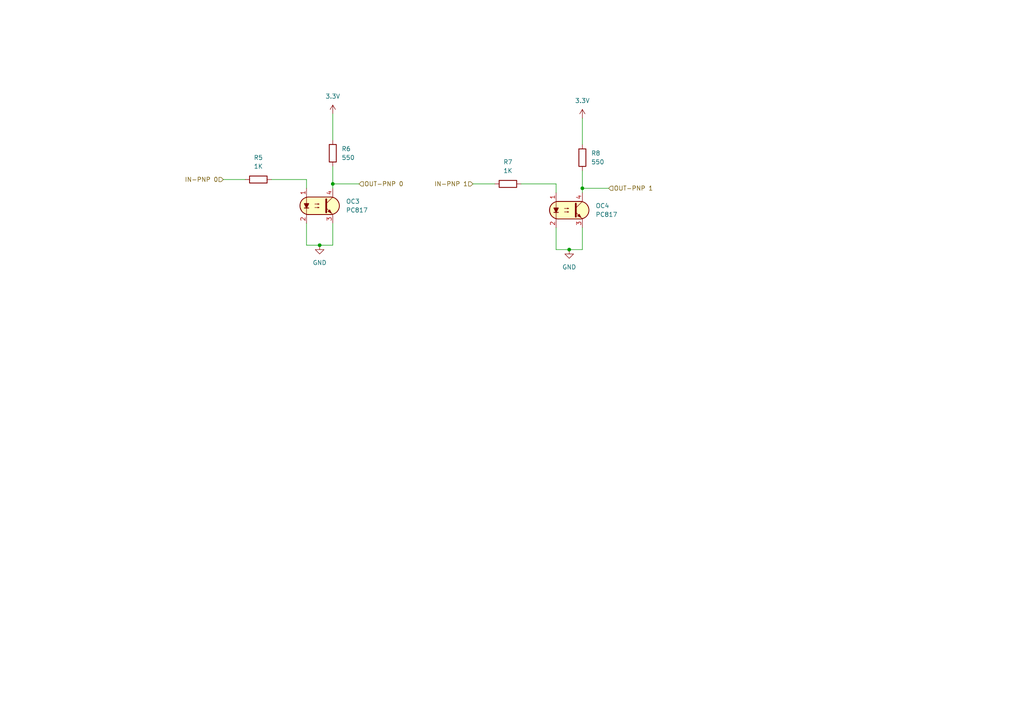
<source format=kicad_sch>
(kicad_sch
	(version 20250114)
	(generator "eeschema")
	(generator_version "9.0")
	(uuid "6e21d128-9938-4338-9890-9d9920e73807")
	(paper "A4")
	(lib_symbols
		(symbol "Device:R"
			(pin_numbers
				(hide yes)
			)
			(pin_names
				(offset 0)
			)
			(exclude_from_sim no)
			(in_bom yes)
			(on_board yes)
			(property "Reference" "R"
				(at 2.032 0 90)
				(effects
					(font
						(size 1.27 1.27)
					)
				)
			)
			(property "Value" "R"
				(at 0 0 90)
				(effects
					(font
						(size 1.27 1.27)
					)
				)
			)
			(property "Footprint" ""
				(at -1.778 0 90)
				(effects
					(font
						(size 1.27 1.27)
					)
					(hide yes)
				)
			)
			(property "Datasheet" "~"
				(at 0 0 0)
				(effects
					(font
						(size 1.27 1.27)
					)
					(hide yes)
				)
			)
			(property "Description" "Resistor"
				(at 0 0 0)
				(effects
					(font
						(size 1.27 1.27)
					)
					(hide yes)
				)
			)
			(property "ki_keywords" "R res resistor"
				(at 0 0 0)
				(effects
					(font
						(size 1.27 1.27)
					)
					(hide yes)
				)
			)
			(property "ki_fp_filters" "R_*"
				(at 0 0 0)
				(effects
					(font
						(size 1.27 1.27)
					)
					(hide yes)
				)
			)
			(symbol "R_0_1"
				(rectangle
					(start -1.016 -2.54)
					(end 1.016 2.54)
					(stroke
						(width 0.254)
						(type default)
					)
					(fill
						(type none)
					)
				)
			)
			(symbol "R_1_1"
				(pin passive line
					(at 0 3.81 270)
					(length 1.27)
					(name "~"
						(effects
							(font
								(size 1.27 1.27)
							)
						)
					)
					(number "1"
						(effects
							(font
								(size 1.27 1.27)
							)
						)
					)
				)
				(pin passive line
					(at 0 -3.81 90)
					(length 1.27)
					(name "~"
						(effects
							(font
								(size 1.27 1.27)
							)
						)
					)
					(number "2"
						(effects
							(font
								(size 1.27 1.27)
							)
						)
					)
				)
			)
			(embedded_fonts no)
		)
		(symbol "PCM_Optocoupler_AKL:PC817"
			(pin_names
				(offset 1.016)
			)
			(exclude_from_sim no)
			(in_bom yes)
			(on_board yes)
			(property "Reference" "OC"
				(at 6.35 1.27 0)
				(effects
					(font
						(size 1.27 1.27)
					)
					(justify left)
				)
			)
			(property "Value" "PC817"
				(at 6.35 -1.27 0)
				(effects
					(font
						(size 1.27 1.27)
					)
					(justify left)
				)
			)
			(property "Footprint" "PCM_Package_DIP_AKL:DIP-4_W7.62mm_LongPads"
				(at 6.35 1.27 0)
				(effects
					(font
						(size 1.27 1.27)
						(italic yes)
					)
					(justify left)
					(hide yes)
				)
			)
			(property "Datasheet" "https://www.tme.eu/Document/7534c9f89aa4b1eba4ec90182e378328/PC817_2_3_47.pdf"
				(at 0 0 0)
				(effects
					(font
						(size 1.27 1.27)
					)
					(justify left)
					(hide yes)
				)
			)
			(property "Description" "DIP-4 Optocoupler, Transistor output, 5kV, 4us, Alternate KiCAD Library"
				(at 0 0 0)
				(effects
					(font
						(size 1.27 1.27)
					)
					(hide yes)
				)
			)
			(property "ki_keywords" "NPN Optocoupler transistor output PC817"
				(at 0 0 0)
				(effects
					(font
						(size 1.27 1.27)
					)
					(hide yes)
				)
			)
			(property "ki_fp_filters" "DIP*W7.62mm*"
				(at 0 0 0)
				(effects
					(font
						(size 1.27 1.27)
					)
					(hide yes)
				)
			)
			(symbol "PC817_0_1"
				(polyline
					(pts
						(xy -4.445 -0.635) (xy -3.175 -0.635)
					)
					(stroke
						(width 0.254)
						(type default)
					)
					(fill
						(type none)
					)
				)
				(polyline
					(pts
						(xy -3.81 -0.635) (xy -4.445 0.635) (xy -3.175 0.635) (xy -3.81 -0.635)
					)
					(stroke
						(width 0.254)
						(type default)
					)
					(fill
						(type outline)
					)
				)
				(polyline
					(pts
						(xy -3.81 -2.54) (xy -3.81 -1.27) (xy -3.81 2.54)
					)
					(stroke
						(width 0.1524)
						(type default)
					)
					(fill
						(type none)
					)
				)
				(polyline
					(pts
						(xy -3.175 2.54) (xy 3.175 2.54)
					)
					(stroke
						(width 0.254)
						(type default)
					)
					(fill
						(type none)
					)
				)
				(arc
					(start -3.1975 -2.54)
					(mid -5.7151 0)
					(end -3.1975 2.54)
					(stroke
						(width 0.254)
						(type default)
					)
					(fill
						(type none)
					)
				)
				(polyline
					(pts
						(xy -2.54 2.54) (xy 3.429 2.54) (xy 4.318 2.286) (xy 4.699 2.032) (xy 5.08 1.651) (xy 5.461 1.016)
						(xy 5.715 0.381) (xy 5.715 -0.381) (xy 5.461 -1.143) (xy 4.826 -1.905) (xy 4.191 -2.286) (xy 3.302 -2.54)
						(xy -3.81 -2.54) (xy -3.81 -2.54) (xy -4.572 -2.032) (xy -5.08 -1.778) (xy -5.588 -0.508) (xy -5.588 0.254)
						(xy -5.588 1.016) (xy -5.08 1.778) (xy -4.318 2.286) (xy -3.556 2.54) (xy -2.54 2.54)
					)
					(stroke
						(width 0.01)
						(type default)
					)
					(fill
						(type background)
					)
				)
				(polyline
					(pts
						(xy -1.397 0.508) (xy -0.127 0.508) (xy -0.508 0.381) (xy -0.508 0.635) (xy -0.127 0.508)
					)
					(stroke
						(width 0)
						(type default)
					)
					(fill
						(type none)
					)
				)
				(polyline
					(pts
						(xy -1.397 -0.508) (xy -0.127 -0.508) (xy -0.508 -0.635) (xy -0.508 -0.381) (xy -0.127 -0.508)
					)
					(stroke
						(width 0)
						(type default)
					)
					(fill
						(type none)
					)
				)
				(polyline
					(pts
						(xy 1.905 1.905) (xy 1.905 -1.905) (xy 1.905 -1.905)
					)
					(stroke
						(width 0.508)
						(type default)
					)
					(fill
						(type none)
					)
				)
				(polyline
					(pts
						(xy 1.905 0.635) (xy 3.81 2.54)
					)
					(stroke
						(width 0)
						(type default)
					)
					(fill
						(type none)
					)
				)
				(polyline
					(pts
						(xy 2.413 -1.651) (xy 2.921 -1.143) (xy 3.429 -2.159) (xy 2.413 -1.651) (xy 2.413 -1.651)
					)
					(stroke
						(width 0)
						(type default)
					)
					(fill
						(type outline)
					)
				)
				(arc
					(start 3.1975 2.54)
					(mid 5.7151 0)
					(end 3.1975 -2.54)
					(stroke
						(width 0.254)
						(type default)
					)
					(fill
						(type none)
					)
				)
				(polyline
					(pts
						(xy 3.175 -2.54) (xy -3.175 -2.54)
					)
					(stroke
						(width 0.254)
						(type default)
					)
					(fill
						(type none)
					)
				)
				(polyline
					(pts
						(xy 3.81 -2.54) (xy 1.905 -0.635)
					)
					(stroke
						(width 0)
						(type default)
					)
					(fill
						(type outline)
					)
				)
			)
			(symbol "PC817_1_1"
				(pin passive line
					(at -3.81 5.08 270)
					(length 2.54)
					(name "~"
						(effects
							(font
								(size 1.27 1.27)
							)
						)
					)
					(number "1"
						(effects
							(font
								(size 1.27 1.27)
							)
						)
					)
				)
				(pin passive line
					(at -3.81 -5.08 90)
					(length 2.54)
					(name "~"
						(effects
							(font
								(size 1.27 1.27)
							)
						)
					)
					(number "2"
						(effects
							(font
								(size 1.27 1.27)
							)
						)
					)
				)
				(pin passive line
					(at 3.81 5.08 270)
					(length 2.54)
					(name "~"
						(effects
							(font
								(size 1.27 1.27)
							)
						)
					)
					(number "4"
						(effects
							(font
								(size 1.27 1.27)
							)
						)
					)
				)
				(pin passive line
					(at 3.81 -5.08 90)
					(length 2.54)
					(name "~"
						(effects
							(font
								(size 1.27 1.27)
							)
						)
					)
					(number "3"
						(effects
							(font
								(size 1.27 1.27)
							)
						)
					)
				)
			)
			(embedded_fonts no)
		)
		(symbol "power:GND"
			(power)
			(pin_numbers
				(hide yes)
			)
			(pin_names
				(offset 0)
				(hide yes)
			)
			(exclude_from_sim no)
			(in_bom yes)
			(on_board yes)
			(property "Reference" "#PWR"
				(at 0 -6.35 0)
				(effects
					(font
						(size 1.27 1.27)
					)
					(hide yes)
				)
			)
			(property "Value" "GND"
				(at 0 -3.81 0)
				(effects
					(font
						(size 1.27 1.27)
					)
				)
			)
			(property "Footprint" ""
				(at 0 0 0)
				(effects
					(font
						(size 1.27 1.27)
					)
					(hide yes)
				)
			)
			(property "Datasheet" ""
				(at 0 0 0)
				(effects
					(font
						(size 1.27 1.27)
					)
					(hide yes)
				)
			)
			(property "Description" "Power symbol creates a global label with name \"GND\" , ground"
				(at 0 0 0)
				(effects
					(font
						(size 1.27 1.27)
					)
					(hide yes)
				)
			)
			(property "ki_keywords" "global power"
				(at 0 0 0)
				(effects
					(font
						(size 1.27 1.27)
					)
					(hide yes)
				)
			)
			(symbol "GND_0_1"
				(polyline
					(pts
						(xy 0 0) (xy 0 -1.27) (xy 1.27 -1.27) (xy 0 -2.54) (xy -1.27 -1.27) (xy 0 -1.27)
					)
					(stroke
						(width 0)
						(type default)
					)
					(fill
						(type none)
					)
				)
			)
			(symbol "GND_1_1"
				(pin power_in line
					(at 0 0 270)
					(length 0)
					(name "~"
						(effects
							(font
								(size 1.27 1.27)
							)
						)
					)
					(number "1"
						(effects
							(font
								(size 1.27 1.27)
							)
						)
					)
				)
			)
			(embedded_fonts no)
		)
		(symbol "power:VDD"
			(power)
			(pin_numbers
				(hide yes)
			)
			(pin_names
				(offset 0)
				(hide yes)
			)
			(exclude_from_sim no)
			(in_bom yes)
			(on_board yes)
			(property "Reference" "#PWR"
				(at 0 -3.81 0)
				(effects
					(font
						(size 1.27 1.27)
					)
					(hide yes)
				)
			)
			(property "Value" "VDD"
				(at 0 3.556 0)
				(effects
					(font
						(size 1.27 1.27)
					)
				)
			)
			(property "Footprint" ""
				(at 0 0 0)
				(effects
					(font
						(size 1.27 1.27)
					)
					(hide yes)
				)
			)
			(property "Datasheet" ""
				(at 0 0 0)
				(effects
					(font
						(size 1.27 1.27)
					)
					(hide yes)
				)
			)
			(property "Description" "Power symbol creates a global label with name \"VDD\""
				(at 0 0 0)
				(effects
					(font
						(size 1.27 1.27)
					)
					(hide yes)
				)
			)
			(property "ki_keywords" "global power"
				(at 0 0 0)
				(effects
					(font
						(size 1.27 1.27)
					)
					(hide yes)
				)
			)
			(symbol "VDD_0_1"
				(polyline
					(pts
						(xy -0.762 1.27) (xy 0 2.54)
					)
					(stroke
						(width 0)
						(type default)
					)
					(fill
						(type none)
					)
				)
				(polyline
					(pts
						(xy 0 2.54) (xy 0.762 1.27)
					)
					(stroke
						(width 0)
						(type default)
					)
					(fill
						(type none)
					)
				)
				(polyline
					(pts
						(xy 0 0) (xy 0 2.54)
					)
					(stroke
						(width 0)
						(type default)
					)
					(fill
						(type none)
					)
				)
			)
			(symbol "VDD_1_1"
				(pin power_in line
					(at 0 0 90)
					(length 0)
					(name "~"
						(effects
							(font
								(size 1.27 1.27)
							)
						)
					)
					(number "1"
						(effects
							(font
								(size 1.27 1.27)
							)
						)
					)
				)
			)
			(embedded_fonts no)
		)
	)
	(junction
		(at 96.52 53.34)
		(diameter 0)
		(color 0 0 0 0)
		(uuid "42a710b0-c67a-4ce0-bb68-111441beb969")
	)
	(junction
		(at 168.91 54.61)
		(diameter 0)
		(color 0 0 0 0)
		(uuid "4b406404-8643-4bf5-8bef-e577253ff2cb")
	)
	(junction
		(at 92.71 71.12)
		(diameter 0)
		(color 0 0 0 0)
		(uuid "7ae67577-54bc-40d5-9a31-4fd41b69a9a1")
	)
	(junction
		(at 165.1 72.39)
		(diameter 0)
		(color 0 0 0 0)
		(uuid "bb9cbcc3-386d-432e-8050-2fadf5009e40")
	)
	(wire
		(pts
			(xy 137.16 53.34) (xy 143.51 53.34)
		)
		(stroke
			(width 0)
			(type default)
		)
		(uuid "09438034-97d1-44e6-b784-d6c36b1c6ec9")
	)
	(wire
		(pts
			(xy 161.29 72.39) (xy 165.1 72.39)
		)
		(stroke
			(width 0)
			(type default)
		)
		(uuid "0c4d9d97-15be-40aa-bc8f-9ec28497b517")
	)
	(wire
		(pts
			(xy 88.9 52.07) (xy 88.9 54.61)
		)
		(stroke
			(width 0)
			(type default)
		)
		(uuid "0e73267f-3f7b-401e-8f64-01aefd90af74")
	)
	(wire
		(pts
			(xy 64.77 52.07) (xy 71.12 52.07)
		)
		(stroke
			(width 0)
			(type default)
		)
		(uuid "1d160100-a904-4be2-93d0-b6c19152fbd4")
	)
	(wire
		(pts
			(xy 96.52 53.34) (xy 104.14 53.34)
		)
		(stroke
			(width 0)
			(type default)
		)
		(uuid "2afe160e-5db1-4e02-a00b-6b1f5c42bf83")
	)
	(wire
		(pts
			(xy 96.52 53.34) (xy 96.52 54.61)
		)
		(stroke
			(width 0)
			(type default)
		)
		(uuid "3860a2f9-694d-47b5-aed2-af8b6a93a433")
	)
	(wire
		(pts
			(xy 168.91 72.39) (xy 165.1 72.39)
		)
		(stroke
			(width 0)
			(type default)
		)
		(uuid "3fa6e9e0-871a-42f1-bc12-01c89c766323")
	)
	(wire
		(pts
			(xy 168.91 54.61) (xy 168.91 55.88)
		)
		(stroke
			(width 0)
			(type default)
		)
		(uuid "47290242-9a84-469a-8d80-8dd7410e17c1")
	)
	(wire
		(pts
			(xy 168.91 49.53) (xy 168.91 54.61)
		)
		(stroke
			(width 0)
			(type default)
		)
		(uuid "48e1e0b7-60a4-406f-a8ec-36b53c53c701")
	)
	(wire
		(pts
			(xy 88.9 64.77) (xy 88.9 71.12)
		)
		(stroke
			(width 0)
			(type default)
		)
		(uuid "54b10ab0-272e-412f-8128-1ed8ba0c2e26")
	)
	(wire
		(pts
			(xy 161.29 66.04) (xy 161.29 72.39)
		)
		(stroke
			(width 0)
			(type default)
		)
		(uuid "60225871-c41a-4a4a-a6d0-f4f0b819db4a")
	)
	(wire
		(pts
			(xy 168.91 66.04) (xy 168.91 72.39)
		)
		(stroke
			(width 0)
			(type default)
		)
		(uuid "6608965d-f446-4cd5-8cba-48c651c44c2e")
	)
	(wire
		(pts
			(xy 96.52 48.26) (xy 96.52 53.34)
		)
		(stroke
			(width 0)
			(type default)
		)
		(uuid "714c91f9-7678-4a5f-b0f3-4267d3fb6fa1")
	)
	(wire
		(pts
			(xy 96.52 64.77) (xy 96.52 71.12)
		)
		(stroke
			(width 0)
			(type default)
		)
		(uuid "85969e28-0c76-48ce-b2be-3eb8f6c0b865")
	)
	(wire
		(pts
			(xy 88.9 71.12) (xy 92.71 71.12)
		)
		(stroke
			(width 0)
			(type default)
		)
		(uuid "96bc8d32-ef6a-4821-8177-60ce5e31cd5d")
	)
	(wire
		(pts
			(xy 96.52 33.02) (xy 96.52 40.64)
		)
		(stroke
			(width 0)
			(type default)
		)
		(uuid "98baf30b-d099-4121-8461-43ba3a092f90")
	)
	(wire
		(pts
			(xy 96.52 71.12) (xy 92.71 71.12)
		)
		(stroke
			(width 0)
			(type default)
		)
		(uuid "9bbe8acf-92e8-45b7-b040-eb87517842f9")
	)
	(wire
		(pts
			(xy 161.29 53.34) (xy 161.29 55.88)
		)
		(stroke
			(width 0)
			(type default)
		)
		(uuid "9fbb25c7-dcd7-4eed-bc9b-aa9f6901a659")
	)
	(wire
		(pts
			(xy 168.91 54.61) (xy 176.53 54.61)
		)
		(stroke
			(width 0)
			(type default)
		)
		(uuid "adccbe60-0bac-4c97-a9dd-4b47e92f2c90")
	)
	(wire
		(pts
			(xy 151.13 53.34) (xy 161.29 53.34)
		)
		(stroke
			(width 0)
			(type default)
		)
		(uuid "ae0aa0de-9f73-4e61-8c79-6f2f7f371ee4")
	)
	(wire
		(pts
			(xy 168.91 34.29) (xy 168.91 41.91)
		)
		(stroke
			(width 0)
			(type default)
		)
		(uuid "e0c023cf-e94b-4ca0-a99e-5603a05ceb1e")
	)
	(wire
		(pts
			(xy 78.74 52.07) (xy 88.9 52.07)
		)
		(stroke
			(width 0)
			(type default)
		)
		(uuid "e6b69206-cd52-4fc9-a82e-5cfc38a84aad")
	)
	(hierarchical_label "IN-PNP 0"
		(shape input)
		(at 64.77 52.07 180)
		(effects
			(font
				(size 1.27 1.27)
			)
			(justify right)
		)
		(uuid "5a36f975-3de9-4e3e-9aec-62b164afc453")
	)
	(hierarchical_label "OUT-PNP 0"
		(shape input)
		(at 104.14 53.34 0)
		(effects
			(font
				(size 1.27 1.27)
			)
			(justify left)
		)
		(uuid "6833d365-3483-4f5f-b5d4-41b8e47e2362")
	)
	(hierarchical_label "OUT-PNP 1"
		(shape input)
		(at 176.53 54.61 0)
		(effects
			(font
				(size 1.27 1.27)
			)
			(justify left)
		)
		(uuid "7d79c2aa-0909-4b52-a189-c4ac29d65bee")
	)
	(hierarchical_label "IN-PNP 1"
		(shape input)
		(at 137.16 53.34 180)
		(effects
			(font
				(size 1.27 1.27)
			)
			(justify right)
		)
		(uuid "be36b317-1de7-48b3-821c-6484ab77a271")
	)
	(symbol
		(lib_id "power:GND")
		(at 92.71 71.12 0)
		(unit 1)
		(exclude_from_sim no)
		(in_bom yes)
		(on_board yes)
		(dnp no)
		(fields_autoplaced yes)
		(uuid "07fe02fa-c259-42d2-a254-df8bc764d745")
		(property "Reference" "#PWR011"
			(at 92.71 77.47 0)
			(effects
				(font
					(size 1.27 1.27)
				)
				(hide yes)
			)
		)
		(property "Value" "GND"
			(at 92.71 76.2 0)
			(effects
				(font
					(size 1.27 1.27)
				)
			)
		)
		(property "Footprint" ""
			(at 92.71 71.12 0)
			(effects
				(font
					(size 1.27 1.27)
				)
				(hide yes)
			)
		)
		(property "Datasheet" ""
			(at 92.71 71.12 0)
			(effects
				(font
					(size 1.27 1.27)
				)
				(hide yes)
			)
		)
		(property "Description" "Power symbol creates a global label with name \"GND\" , ground"
			(at 92.71 71.12 0)
			(effects
				(font
					(size 1.27 1.27)
				)
				(hide yes)
			)
		)
		(pin "1"
			(uuid "3ba9fbe5-e8e6-4ac2-a70a-eb8031788f0b")
		)
		(instances
			(project "NIVARA"
				(path "/3316800a-fcca-41ca-9023-20b291ea5b86/c0cd373c-de7c-400a-b964-13d674a357ce/13ac4147-e1db-43a0-8ca9-c70fa7daf851"
					(reference "#PWR011")
					(unit 1)
				)
			)
		)
	)
	(symbol
		(lib_id "Device:R")
		(at 147.32 53.34 90)
		(unit 1)
		(exclude_from_sim no)
		(in_bom yes)
		(on_board yes)
		(dnp no)
		(fields_autoplaced yes)
		(uuid "0b824dd9-6271-42fa-b223-4d9d9c2387ff")
		(property "Reference" "R7"
			(at 147.32 46.99 90)
			(effects
				(font
					(size 1.27 1.27)
				)
			)
		)
		(property "Value" "1K"
			(at 147.32 49.53 90)
			(effects
				(font
					(size 1.27 1.27)
				)
			)
		)
		(property "Footprint" ""
			(at 147.32 55.118 90)
			(effects
				(font
					(size 1.27 1.27)
				)
				(hide yes)
			)
		)
		(property "Datasheet" "~"
			(at 147.32 53.34 0)
			(effects
				(font
					(size 1.27 1.27)
				)
				(hide yes)
			)
		)
		(property "Description" "Resistor"
			(at 147.32 53.34 0)
			(effects
				(font
					(size 1.27 1.27)
				)
				(hide yes)
			)
		)
		(pin "2"
			(uuid "318c33ec-505b-4fa5-95d7-fcf82bcdf981")
		)
		(pin "1"
			(uuid "4c7af76e-1985-410d-acd9-af3365680d20")
		)
		(instances
			(project "NIVARA"
				(path "/3316800a-fcca-41ca-9023-20b291ea5b86/c0cd373c-de7c-400a-b964-13d674a357ce/13ac4147-e1db-43a0-8ca9-c70fa7daf851"
					(reference "R7")
					(unit 1)
				)
			)
		)
	)
	(symbol
		(lib_id "PCM_Optocoupler_AKL:PC817")
		(at 165.1 60.96 0)
		(unit 1)
		(exclude_from_sim no)
		(in_bom yes)
		(on_board yes)
		(dnp no)
		(fields_autoplaced yes)
		(uuid "0bc3a370-a8a0-44e8-a072-e6cdc5520fee")
		(property "Reference" "OC4"
			(at 172.72 59.6899 0)
			(effects
				(font
					(size 1.27 1.27)
				)
				(justify left)
			)
		)
		(property "Value" "PC817"
			(at 172.72 62.2299 0)
			(effects
				(font
					(size 1.27 1.27)
				)
				(justify left)
			)
		)
		(property "Footprint" "Package_DIP:DIP-4_W7.62mm_SMDSocket_SmallPads"
			(at 171.45 59.69 0)
			(effects
				(font
					(size 1.27 1.27)
					(italic yes)
				)
				(justify left)
				(hide yes)
			)
		)
		(property "Datasheet" "https://www.tme.eu/Document/7534c9f89aa4b1eba4ec90182e378328/PC817_2_3_47.pdf"
			(at 165.1 60.96 0)
			(effects
				(font
					(size 1.27 1.27)
				)
				(justify left)
				(hide yes)
			)
		)
		(property "Description" "DIP-4 Optocoupler, Transistor output, 5kV, 4us, Alternate KiCAD Library"
			(at 165.1 60.96 0)
			(effects
				(font
					(size 1.27 1.27)
				)
				(hide yes)
			)
		)
		(pin "3"
			(uuid "4acfabe3-81eb-426b-982a-4eb3b9afba81")
		)
		(pin "2"
			(uuid "7cbace70-cd9a-47bd-93e7-eab1a72babc4")
		)
		(pin "4"
			(uuid "b3687fd5-a340-4609-a18a-a81a9c42c9b0")
		)
		(pin "1"
			(uuid "24159a9c-fd3d-44bc-9405-810a9ebad603")
		)
		(instances
			(project "NIVARA"
				(path "/3316800a-fcca-41ca-9023-20b291ea5b86/c0cd373c-de7c-400a-b964-13d674a357ce/13ac4147-e1db-43a0-8ca9-c70fa7daf851"
					(reference "OC4")
					(unit 1)
				)
			)
		)
	)
	(symbol
		(lib_id "Device:R")
		(at 168.91 45.72 180)
		(unit 1)
		(exclude_from_sim no)
		(in_bom yes)
		(on_board yes)
		(dnp no)
		(fields_autoplaced yes)
		(uuid "23b73cd8-a336-424e-aedd-9c266fa6169a")
		(property "Reference" "R8"
			(at 171.45 44.4499 0)
			(effects
				(font
					(size 1.27 1.27)
				)
				(justify right)
			)
		)
		(property "Value" "550"
			(at 171.45 46.9899 0)
			(effects
				(font
					(size 1.27 1.27)
				)
				(justify right)
			)
		)
		(property "Footprint" ""
			(at 170.688 45.72 90)
			(effects
				(font
					(size 1.27 1.27)
				)
				(hide yes)
			)
		)
		(property "Datasheet" "~"
			(at 168.91 45.72 0)
			(effects
				(font
					(size 1.27 1.27)
				)
				(hide yes)
			)
		)
		(property "Description" "Resistor"
			(at 168.91 45.72 0)
			(effects
				(font
					(size 1.27 1.27)
				)
				(hide yes)
			)
		)
		(pin "2"
			(uuid "0d339707-60de-4efd-8e09-d0772ca45773")
		)
		(pin "1"
			(uuid "1c1795bd-8b25-4ec8-9f11-eda0e91c87b2")
		)
		(instances
			(project "NIVARA"
				(path "/3316800a-fcca-41ca-9023-20b291ea5b86/c0cd373c-de7c-400a-b964-13d674a357ce/13ac4147-e1db-43a0-8ca9-c70fa7daf851"
					(reference "R8")
					(unit 1)
				)
			)
		)
	)
	(symbol
		(lib_id "power:VDD")
		(at 168.91 34.29 0)
		(unit 1)
		(exclude_from_sim no)
		(in_bom yes)
		(on_board yes)
		(dnp no)
		(fields_autoplaced yes)
		(uuid "5a697637-b434-4811-a1f4-c7a299d1d01e")
		(property "Reference" "#PWR014"
			(at 168.91 38.1 0)
			(effects
				(font
					(size 1.27 1.27)
				)
				(hide yes)
			)
		)
		(property "Value" "3.3V"
			(at 168.91 29.21 0)
			(effects
				(font
					(size 1.27 1.27)
				)
			)
		)
		(property "Footprint" ""
			(at 168.91 34.29 0)
			(effects
				(font
					(size 1.27 1.27)
				)
				(hide yes)
			)
		)
		(property "Datasheet" ""
			(at 168.91 34.29 0)
			(effects
				(font
					(size 1.27 1.27)
				)
				(hide yes)
			)
		)
		(property "Description" "Power symbol creates a global label with name \"VDD\""
			(at 168.91 34.29 0)
			(effects
				(font
					(size 1.27 1.27)
				)
				(hide yes)
			)
		)
		(pin "1"
			(uuid "c5d89421-3b30-430c-b1cf-03d0a96afe69")
		)
		(instances
			(project "NIVARA"
				(path "/3316800a-fcca-41ca-9023-20b291ea5b86/c0cd373c-de7c-400a-b964-13d674a357ce/13ac4147-e1db-43a0-8ca9-c70fa7daf851"
					(reference "#PWR014")
					(unit 1)
				)
			)
		)
	)
	(symbol
		(lib_id "Device:R")
		(at 96.52 44.45 180)
		(unit 1)
		(exclude_from_sim no)
		(in_bom yes)
		(on_board yes)
		(dnp no)
		(fields_autoplaced yes)
		(uuid "ac8fe4e0-6fb9-4d6b-858e-451fb8841088")
		(property "Reference" "R6"
			(at 99.06 43.1799 0)
			(effects
				(font
					(size 1.27 1.27)
				)
				(justify right)
			)
		)
		(property "Value" "550"
			(at 99.06 45.7199 0)
			(effects
				(font
					(size 1.27 1.27)
				)
				(justify right)
			)
		)
		(property "Footprint" ""
			(at 98.298 44.45 90)
			(effects
				(font
					(size 1.27 1.27)
				)
				(hide yes)
			)
		)
		(property "Datasheet" "~"
			(at 96.52 44.45 0)
			(effects
				(font
					(size 1.27 1.27)
				)
				(hide yes)
			)
		)
		(property "Description" "Resistor"
			(at 96.52 44.45 0)
			(effects
				(font
					(size 1.27 1.27)
				)
				(hide yes)
			)
		)
		(pin "2"
			(uuid "b1de289f-04c5-44bb-9586-da832a4af1c0")
		)
		(pin "1"
			(uuid "fd82a86b-b9ab-4eb5-8bb1-0e2c60e70030")
		)
		(instances
			(project "NIVARA"
				(path "/3316800a-fcca-41ca-9023-20b291ea5b86/c0cd373c-de7c-400a-b964-13d674a357ce/13ac4147-e1db-43a0-8ca9-c70fa7daf851"
					(reference "R6")
					(unit 1)
				)
			)
		)
	)
	(symbol
		(lib_id "PCM_Optocoupler_AKL:PC817")
		(at 92.71 59.69 0)
		(unit 1)
		(exclude_from_sim no)
		(in_bom yes)
		(on_board yes)
		(dnp no)
		(fields_autoplaced yes)
		(uuid "b2374d55-5030-4e0c-be25-be5f8a73a241")
		(property "Reference" "OC3"
			(at 100.33 58.4199 0)
			(effects
				(font
					(size 1.27 1.27)
				)
				(justify left)
			)
		)
		(property "Value" "PC817"
			(at 100.33 60.9599 0)
			(effects
				(font
					(size 1.27 1.27)
				)
				(justify left)
			)
		)
		(property "Footprint" "Package_DIP:DIP-4_W7.62mm_SMDSocket_SmallPads"
			(at 99.06 58.42 0)
			(effects
				(font
					(size 1.27 1.27)
					(italic yes)
				)
				(justify left)
				(hide yes)
			)
		)
		(property "Datasheet" "https://www.tme.eu/Document/7534c9f89aa4b1eba4ec90182e378328/PC817_2_3_47.pdf"
			(at 92.71 59.69 0)
			(effects
				(font
					(size 1.27 1.27)
				)
				(justify left)
				(hide yes)
			)
		)
		(property "Description" "DIP-4 Optocoupler, Transistor output, 5kV, 4us, Alternate KiCAD Library"
			(at 92.71 59.69 0)
			(effects
				(font
					(size 1.27 1.27)
				)
				(hide yes)
			)
		)
		(pin "3"
			(uuid "e9a208f1-2c65-434d-8f45-cc8cfc57e018")
		)
		(pin "2"
			(uuid "4f7c1959-b803-4b1c-a18f-5131195853d5")
		)
		(pin "4"
			(uuid "36bc4eed-61d9-41ea-a409-bf076069d9dd")
		)
		(pin "1"
			(uuid "a82f2fd0-8f8f-4a1c-a0b0-33900cbed094")
		)
		(instances
			(project "NIVARA"
				(path "/3316800a-fcca-41ca-9023-20b291ea5b86/c0cd373c-de7c-400a-b964-13d674a357ce/13ac4147-e1db-43a0-8ca9-c70fa7daf851"
					(reference "OC3")
					(unit 1)
				)
			)
		)
	)
	(symbol
		(lib_id "Device:R")
		(at 74.93 52.07 90)
		(unit 1)
		(exclude_from_sim no)
		(in_bom yes)
		(on_board yes)
		(dnp no)
		(fields_autoplaced yes)
		(uuid "dc3a0304-2ad4-4439-be13-1a9836e80639")
		(property "Reference" "R5"
			(at 74.93 45.72 90)
			(effects
				(font
					(size 1.27 1.27)
				)
			)
		)
		(property "Value" "1K"
			(at 74.93 48.26 90)
			(effects
				(font
					(size 1.27 1.27)
				)
			)
		)
		(property "Footprint" ""
			(at 74.93 53.848 90)
			(effects
				(font
					(size 1.27 1.27)
				)
				(hide yes)
			)
		)
		(property "Datasheet" "~"
			(at 74.93 52.07 0)
			(effects
				(font
					(size 1.27 1.27)
				)
				(hide yes)
			)
		)
		(property "Description" "Resistor"
			(at 74.93 52.07 0)
			(effects
				(font
					(size 1.27 1.27)
				)
				(hide yes)
			)
		)
		(pin "2"
			(uuid "4ce50457-e650-4ac6-bb0a-7243d4e45ed5")
		)
		(pin "1"
			(uuid "7724c3d3-2784-450e-8602-ddf94e1078c3")
		)
		(instances
			(project "NIVARA"
				(path "/3316800a-fcca-41ca-9023-20b291ea5b86/c0cd373c-de7c-400a-b964-13d674a357ce/13ac4147-e1db-43a0-8ca9-c70fa7daf851"
					(reference "R5")
					(unit 1)
				)
			)
		)
	)
	(symbol
		(lib_id "power:GND")
		(at 165.1 72.39 0)
		(unit 1)
		(exclude_from_sim no)
		(in_bom yes)
		(on_board yes)
		(dnp no)
		(fields_autoplaced yes)
		(uuid "dd57a5aa-e823-472f-afa8-6f8a8eac09dc")
		(property "Reference" "#PWR013"
			(at 165.1 78.74 0)
			(effects
				(font
					(size 1.27 1.27)
				)
				(hide yes)
			)
		)
		(property "Value" "GND"
			(at 165.1 77.47 0)
			(effects
				(font
					(size 1.27 1.27)
				)
			)
		)
		(property "Footprint" ""
			(at 165.1 72.39 0)
			(effects
				(font
					(size 1.27 1.27)
				)
				(hide yes)
			)
		)
		(property "Datasheet" ""
			(at 165.1 72.39 0)
			(effects
				(font
					(size 1.27 1.27)
				)
				(hide yes)
			)
		)
		(property "Description" "Power symbol creates a global label with name \"GND\" , ground"
			(at 165.1 72.39 0)
			(effects
				(font
					(size 1.27 1.27)
				)
				(hide yes)
			)
		)
		(pin "1"
			(uuid "6fe9a667-27aa-412f-a13f-0c189e8540b3")
		)
		(instances
			(project "NIVARA"
				(path "/3316800a-fcca-41ca-9023-20b291ea5b86/c0cd373c-de7c-400a-b964-13d674a357ce/13ac4147-e1db-43a0-8ca9-c70fa7daf851"
					(reference "#PWR013")
					(unit 1)
				)
			)
		)
	)
	(symbol
		(lib_id "power:VDD")
		(at 96.52 33.02 0)
		(unit 1)
		(exclude_from_sim no)
		(in_bom yes)
		(on_board yes)
		(dnp no)
		(fields_autoplaced yes)
		(uuid "fabca708-b28b-4d1b-bad8-6c053170336e")
		(property "Reference" "#PWR012"
			(at 96.52 36.83 0)
			(effects
				(font
					(size 1.27 1.27)
				)
				(hide yes)
			)
		)
		(property "Value" "3.3V"
			(at 96.52 27.94 0)
			(effects
				(font
					(size 1.27 1.27)
				)
			)
		)
		(property "Footprint" ""
			(at 96.52 33.02 0)
			(effects
				(font
					(size 1.27 1.27)
				)
				(hide yes)
			)
		)
		(property "Datasheet" ""
			(at 96.52 33.02 0)
			(effects
				(font
					(size 1.27 1.27)
				)
				(hide yes)
			)
		)
		(property "Description" "Power symbol creates a global label with name \"VDD\""
			(at 96.52 33.02 0)
			(effects
				(font
					(size 1.27 1.27)
				)
				(hide yes)
			)
		)
		(pin "1"
			(uuid "73ec10b9-3c07-4ba6-87e7-668ea2b6ce6e")
		)
		(instances
			(project "NIVARA"
				(path "/3316800a-fcca-41ca-9023-20b291ea5b86/c0cd373c-de7c-400a-b964-13d674a357ce/13ac4147-e1db-43a0-8ca9-c70fa7daf851"
					(reference "#PWR012")
					(unit 1)
				)
			)
		)
	)
)

</source>
